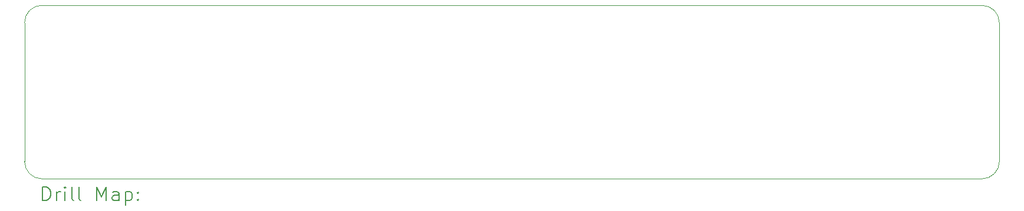
<source format=gbr>
%TF.GenerationSoftware,KiCad,Pcbnew,9.0.2-9.0.2-0~ubuntu22.04.1*%
%TF.CreationDate,2025-06-09T06:08:29+02:00*%
%TF.ProjectId,passive_PSU_Rev-A,70617373-6976-4655-9f50-53555f526576,rev?*%
%TF.SameCoordinates,Original*%
%TF.FileFunction,Drillmap*%
%TF.FilePolarity,Positive*%
%FSLAX45Y45*%
G04 Gerber Fmt 4.5, Leading zero omitted, Abs format (unit mm)*
G04 Created by KiCad (PCBNEW 9.0.2-9.0.2-0~ubuntu22.04.1) date 2025-06-09 06:08:29*
%MOMM*%
%LPD*%
G01*
G04 APERTURE LIST*
%ADD10C,0.050000*%
%ADD11C,0.200000*%
G04 APERTURE END LIST*
D10*
X5000000Y-7000000D02*
X5000000Y-9000000D01*
X5250000Y-9250000D02*
X18750000Y-9250000D01*
X19000000Y-9000000D02*
G75*
G02*
X18750000Y-9250000I-250000J0D01*
G01*
X19000000Y-7000000D02*
X19000000Y-9000000D01*
X5250000Y-6750000D02*
X18750000Y-6750000D01*
X18750000Y-6750000D02*
G75*
G02*
X19000000Y-7000000I0J-250000D01*
G01*
X5250000Y-9250000D02*
G75*
G02*
X5000000Y-9000000I0J250000D01*
G01*
X5000000Y-7000000D02*
G75*
G02*
X5250000Y-6750000I250000J0D01*
G01*
D11*
X5258277Y-9563984D02*
X5258277Y-9363984D01*
X5258277Y-9363984D02*
X5305896Y-9363984D01*
X5305896Y-9363984D02*
X5334467Y-9373508D01*
X5334467Y-9373508D02*
X5353515Y-9392555D01*
X5353515Y-9392555D02*
X5363039Y-9411603D01*
X5363039Y-9411603D02*
X5372563Y-9449698D01*
X5372563Y-9449698D02*
X5372563Y-9478270D01*
X5372563Y-9478270D02*
X5363039Y-9516365D01*
X5363039Y-9516365D02*
X5353515Y-9535412D01*
X5353515Y-9535412D02*
X5334467Y-9554460D01*
X5334467Y-9554460D02*
X5305896Y-9563984D01*
X5305896Y-9563984D02*
X5258277Y-9563984D01*
X5458277Y-9563984D02*
X5458277Y-9430650D01*
X5458277Y-9468746D02*
X5467801Y-9449698D01*
X5467801Y-9449698D02*
X5477324Y-9440174D01*
X5477324Y-9440174D02*
X5496372Y-9430650D01*
X5496372Y-9430650D02*
X5515420Y-9430650D01*
X5582086Y-9563984D02*
X5582086Y-9430650D01*
X5582086Y-9363984D02*
X5572563Y-9373508D01*
X5572563Y-9373508D02*
X5582086Y-9383031D01*
X5582086Y-9383031D02*
X5591610Y-9373508D01*
X5591610Y-9373508D02*
X5582086Y-9363984D01*
X5582086Y-9363984D02*
X5582086Y-9383031D01*
X5705896Y-9563984D02*
X5686848Y-9554460D01*
X5686848Y-9554460D02*
X5677324Y-9535412D01*
X5677324Y-9535412D02*
X5677324Y-9363984D01*
X5810658Y-9563984D02*
X5791610Y-9554460D01*
X5791610Y-9554460D02*
X5782086Y-9535412D01*
X5782086Y-9535412D02*
X5782086Y-9363984D01*
X6039229Y-9563984D02*
X6039229Y-9363984D01*
X6039229Y-9363984D02*
X6105896Y-9506841D01*
X6105896Y-9506841D02*
X6172562Y-9363984D01*
X6172562Y-9363984D02*
X6172562Y-9563984D01*
X6353515Y-9563984D02*
X6353515Y-9459222D01*
X6353515Y-9459222D02*
X6343991Y-9440174D01*
X6343991Y-9440174D02*
X6324943Y-9430650D01*
X6324943Y-9430650D02*
X6286848Y-9430650D01*
X6286848Y-9430650D02*
X6267801Y-9440174D01*
X6353515Y-9554460D02*
X6334467Y-9563984D01*
X6334467Y-9563984D02*
X6286848Y-9563984D01*
X6286848Y-9563984D02*
X6267801Y-9554460D01*
X6267801Y-9554460D02*
X6258277Y-9535412D01*
X6258277Y-9535412D02*
X6258277Y-9516365D01*
X6258277Y-9516365D02*
X6267801Y-9497317D01*
X6267801Y-9497317D02*
X6286848Y-9487793D01*
X6286848Y-9487793D02*
X6334467Y-9487793D01*
X6334467Y-9487793D02*
X6353515Y-9478270D01*
X6448753Y-9430650D02*
X6448753Y-9630650D01*
X6448753Y-9440174D02*
X6467801Y-9430650D01*
X6467801Y-9430650D02*
X6505896Y-9430650D01*
X6505896Y-9430650D02*
X6524943Y-9440174D01*
X6524943Y-9440174D02*
X6534467Y-9449698D01*
X6534467Y-9449698D02*
X6543991Y-9468746D01*
X6543991Y-9468746D02*
X6543991Y-9525889D01*
X6543991Y-9525889D02*
X6534467Y-9544936D01*
X6534467Y-9544936D02*
X6524943Y-9554460D01*
X6524943Y-9554460D02*
X6505896Y-9563984D01*
X6505896Y-9563984D02*
X6467801Y-9563984D01*
X6467801Y-9563984D02*
X6448753Y-9554460D01*
X6629705Y-9544936D02*
X6639229Y-9554460D01*
X6639229Y-9554460D02*
X6629705Y-9563984D01*
X6629705Y-9563984D02*
X6620182Y-9554460D01*
X6620182Y-9554460D02*
X6629705Y-9544936D01*
X6629705Y-9544936D02*
X6629705Y-9563984D01*
X6629705Y-9440174D02*
X6639229Y-9449698D01*
X6639229Y-9449698D02*
X6629705Y-9459222D01*
X6629705Y-9459222D02*
X6620182Y-9449698D01*
X6620182Y-9449698D02*
X6629705Y-9440174D01*
X6629705Y-9440174D02*
X6629705Y-9459222D01*
M02*

</source>
